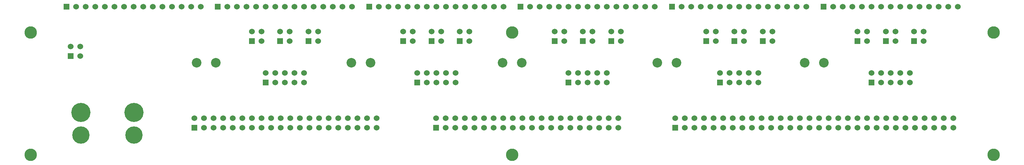
<source format=gbs>
G04 (created by PCBNEW (2013-mar-13)-testing) date Tue 12 Nov 2013 05:44:31 PM PST*
%MOIN*%
G04 Gerber Fmt 3.4, Leading zero omitted, Abs format*
%FSLAX34Y34*%
G01*
G70*
G90*
G04 APERTURE LIST*
%ADD10C,0.005906*%
%ADD11C,0.100000*%
%ADD12R,0.060000X0.060000*%
%ADD13C,0.060000*%
%ADD14C,0.200000*%
%ADD15C,0.181100*%
%ADD16C,0.130000*%
G04 APERTURE END LIST*
G54D10*
G54D11*
X34039Y-28740D03*
X36039Y-28740D03*
X50181Y-28740D03*
X52181Y-28740D03*
X65929Y-28740D03*
X67929Y-28740D03*
X82070Y-28740D03*
X84070Y-28740D03*
X97425Y-28740D03*
X99425Y-28740D03*
G54D12*
X39795Y-26484D03*
G54D13*
X39795Y-25484D03*
X40795Y-26484D03*
X40795Y-25484D03*
G54D12*
X55582Y-26484D03*
G54D13*
X55582Y-25484D03*
X56582Y-26484D03*
X56582Y-25484D03*
G54D12*
X71370Y-26484D03*
G54D13*
X71370Y-25484D03*
X72370Y-26484D03*
X72370Y-25484D03*
G54D12*
X87157Y-26484D03*
G54D13*
X87157Y-25484D03*
X88157Y-26484D03*
X88157Y-25484D03*
G54D12*
X102944Y-26484D03*
G54D13*
X102944Y-25484D03*
X103944Y-26484D03*
X103944Y-25484D03*
G54D12*
X42748Y-26484D03*
G54D13*
X42748Y-25484D03*
X43748Y-26484D03*
X43748Y-25484D03*
G54D12*
X58535Y-26484D03*
G54D13*
X58535Y-25484D03*
X59535Y-26484D03*
X59535Y-25484D03*
G54D12*
X74322Y-26484D03*
G54D13*
X74322Y-25484D03*
X75322Y-26484D03*
X75322Y-25484D03*
G54D12*
X90110Y-26484D03*
G54D13*
X90110Y-25484D03*
X91110Y-26484D03*
X91110Y-25484D03*
G54D12*
X105897Y-26484D03*
G54D13*
X105897Y-25484D03*
X106897Y-26484D03*
X106897Y-25484D03*
G54D12*
X45700Y-26484D03*
G54D13*
X45700Y-25484D03*
X46700Y-26484D03*
X46700Y-25484D03*
G54D12*
X61488Y-26484D03*
G54D13*
X61488Y-25484D03*
X62488Y-26484D03*
X62488Y-25484D03*
G54D12*
X77275Y-26484D03*
G54D13*
X77275Y-25484D03*
X78275Y-26484D03*
X78275Y-25484D03*
G54D12*
X93062Y-26484D03*
G54D13*
X93062Y-25484D03*
X94062Y-26484D03*
X94062Y-25484D03*
G54D12*
X108850Y-26484D03*
G54D13*
X108850Y-25484D03*
X109850Y-26484D03*
X109850Y-25484D03*
G54D12*
X33807Y-35539D03*
G54D13*
X33807Y-34539D03*
X38807Y-35539D03*
X34807Y-34539D03*
X39807Y-35539D03*
X35807Y-34539D03*
X40807Y-35539D03*
X36807Y-34539D03*
X41807Y-35539D03*
X37807Y-34539D03*
X42807Y-35539D03*
X38807Y-34539D03*
X43807Y-35539D03*
X39807Y-34539D03*
X44807Y-35539D03*
X40807Y-34539D03*
X45807Y-35539D03*
X41807Y-34539D03*
X46807Y-35539D03*
X42807Y-34539D03*
X47807Y-35539D03*
X43807Y-34539D03*
X48807Y-35539D03*
X44807Y-34539D03*
X45807Y-34539D03*
X49807Y-35539D03*
X46807Y-34539D03*
X48807Y-34539D03*
X49807Y-34539D03*
X50807Y-34539D03*
X51807Y-34539D03*
X50807Y-35539D03*
X51807Y-35539D03*
X34807Y-35539D03*
X35807Y-35539D03*
X36807Y-35539D03*
X37807Y-35539D03*
X52807Y-35539D03*
X52807Y-34539D03*
X47807Y-34539D03*
G54D12*
X83925Y-35539D03*
G54D13*
X83925Y-34539D03*
X88925Y-35539D03*
X84925Y-34539D03*
X89925Y-35539D03*
X85925Y-34539D03*
X90925Y-35539D03*
X86925Y-34539D03*
X91925Y-35539D03*
X87925Y-34539D03*
X92925Y-35539D03*
X88925Y-34539D03*
X93925Y-35539D03*
X89925Y-34539D03*
X94925Y-35539D03*
X90925Y-34539D03*
X95925Y-35539D03*
X91925Y-34539D03*
X96925Y-35539D03*
X92925Y-34539D03*
X97925Y-35539D03*
X93925Y-34539D03*
X98925Y-35539D03*
X94925Y-34539D03*
X95925Y-34539D03*
X99925Y-35539D03*
X96925Y-34539D03*
X98925Y-34539D03*
X99925Y-34539D03*
X100925Y-34539D03*
X101925Y-34539D03*
X100925Y-35539D03*
X101925Y-35539D03*
X84925Y-35539D03*
X85925Y-35539D03*
X86925Y-35539D03*
X87925Y-35539D03*
X102925Y-35539D03*
X102925Y-34539D03*
X97925Y-34539D03*
X103925Y-35539D03*
X103925Y-34539D03*
X104925Y-35539D03*
X104925Y-34539D03*
X105925Y-35539D03*
X105925Y-34539D03*
X106925Y-35539D03*
X106925Y-34539D03*
X107925Y-35539D03*
X107925Y-34539D03*
X108925Y-35539D03*
X108925Y-34539D03*
X109925Y-35539D03*
X109925Y-34539D03*
X110925Y-35539D03*
X110925Y-34539D03*
X111925Y-35539D03*
X111925Y-34539D03*
X112925Y-35539D03*
X112925Y-34539D03*
G54D14*
X21980Y-33937D03*
G54D15*
X21980Y-36299D03*
G54D12*
X20460Y-22874D03*
G54D13*
X21460Y-22874D03*
X22460Y-22874D03*
X23460Y-22874D03*
X24460Y-22874D03*
X25460Y-22874D03*
X26460Y-22874D03*
X27460Y-22874D03*
X28460Y-22874D03*
X29460Y-22874D03*
X30460Y-22874D03*
X31460Y-22874D03*
X32460Y-22874D03*
X33460Y-22874D03*
X34460Y-22874D03*
G54D12*
X36248Y-22874D03*
G54D13*
X37248Y-22874D03*
X38248Y-22874D03*
X39248Y-22874D03*
X40248Y-22874D03*
X41248Y-22874D03*
X42248Y-22874D03*
X43248Y-22874D03*
X44248Y-22874D03*
X45248Y-22874D03*
X46248Y-22874D03*
X47248Y-22874D03*
X48248Y-22874D03*
X49248Y-22874D03*
X50248Y-22874D03*
G54D12*
X52035Y-22874D03*
G54D13*
X53035Y-22874D03*
X54035Y-22874D03*
X55035Y-22874D03*
X56035Y-22874D03*
X57035Y-22874D03*
X58035Y-22874D03*
X59035Y-22874D03*
X60035Y-22874D03*
X61035Y-22874D03*
X62035Y-22874D03*
X63035Y-22874D03*
X64035Y-22874D03*
X65035Y-22874D03*
X66035Y-22874D03*
G54D12*
X67822Y-22874D03*
G54D13*
X68822Y-22874D03*
X69822Y-22874D03*
X70822Y-22874D03*
X71822Y-22874D03*
X72822Y-22874D03*
X73822Y-22874D03*
X74822Y-22874D03*
X75822Y-22874D03*
X76822Y-22874D03*
X77822Y-22874D03*
X78822Y-22874D03*
X79822Y-22874D03*
X80822Y-22874D03*
X81822Y-22874D03*
G54D12*
X83610Y-22874D03*
G54D13*
X84610Y-22874D03*
X85610Y-22874D03*
X86610Y-22874D03*
X87610Y-22874D03*
X88610Y-22874D03*
X89610Y-22874D03*
X90610Y-22874D03*
X91610Y-22874D03*
X92610Y-22874D03*
X93610Y-22874D03*
X94610Y-22874D03*
X95610Y-22874D03*
X96610Y-22874D03*
X97610Y-22874D03*
G54D12*
X99397Y-22874D03*
G54D13*
X100397Y-22874D03*
X101397Y-22874D03*
X102397Y-22874D03*
X103397Y-22874D03*
X104397Y-22874D03*
X105397Y-22874D03*
X106397Y-22874D03*
X107397Y-22874D03*
X108397Y-22874D03*
X109397Y-22874D03*
X110397Y-22874D03*
X111397Y-22874D03*
X112397Y-22874D03*
X113397Y-22874D03*
G54D16*
X117125Y-25590D03*
X16732Y-38385D03*
X117125Y-38385D03*
X66929Y-25590D03*
X66929Y-38385D03*
X16732Y-25590D03*
G54D12*
X20900Y-28059D03*
G54D13*
X20900Y-27059D03*
X21900Y-28059D03*
X21900Y-27059D03*
G54D14*
X27500Y-33937D03*
G54D15*
X27500Y-36299D03*
G54D12*
X41248Y-30814D03*
G54D13*
X41248Y-29814D03*
X42248Y-30814D03*
X42248Y-29814D03*
X43248Y-30814D03*
X43248Y-29814D03*
X44248Y-30814D03*
X44248Y-29814D03*
X45248Y-30814D03*
X45248Y-29814D03*
G54D12*
X57035Y-30814D03*
G54D13*
X57035Y-29814D03*
X58035Y-30814D03*
X58035Y-29814D03*
X59035Y-30814D03*
X59035Y-29814D03*
X60035Y-30814D03*
X60035Y-29814D03*
X61035Y-30814D03*
X61035Y-29814D03*
G54D12*
X72822Y-30814D03*
G54D13*
X72822Y-29814D03*
X73822Y-30814D03*
X73822Y-29814D03*
X74822Y-30814D03*
X74822Y-29814D03*
X75822Y-30814D03*
X75822Y-29814D03*
X76822Y-30814D03*
X76822Y-29814D03*
G54D12*
X88610Y-30814D03*
G54D13*
X88610Y-29814D03*
X89610Y-30814D03*
X89610Y-29814D03*
X90610Y-30814D03*
X90610Y-29814D03*
X91610Y-30814D03*
X91610Y-29814D03*
X92610Y-30814D03*
X92610Y-29814D03*
G54D12*
X104397Y-30814D03*
G54D13*
X104397Y-29814D03*
X105397Y-30814D03*
X105397Y-29814D03*
X106397Y-30814D03*
X106397Y-29814D03*
X107397Y-30814D03*
X107397Y-29814D03*
X108397Y-30814D03*
X108397Y-29814D03*
G54D12*
X59003Y-35539D03*
G54D13*
X59003Y-34539D03*
X64003Y-35539D03*
X60003Y-34539D03*
X65003Y-35539D03*
X61003Y-34539D03*
X66003Y-35539D03*
X62003Y-34539D03*
X67003Y-35539D03*
X63003Y-34539D03*
X68003Y-35539D03*
X64003Y-34539D03*
X69003Y-35539D03*
X65003Y-34539D03*
X70003Y-35539D03*
X66003Y-34539D03*
X71003Y-35539D03*
X67003Y-34539D03*
X72003Y-35539D03*
X68003Y-34539D03*
X73003Y-35539D03*
X69003Y-34539D03*
X74003Y-35539D03*
X70003Y-34539D03*
X71003Y-34539D03*
X75003Y-35539D03*
X72003Y-34539D03*
X74003Y-34539D03*
X75003Y-34539D03*
X76003Y-34539D03*
X77003Y-34539D03*
X76003Y-35539D03*
X77003Y-35539D03*
X60003Y-35539D03*
X61003Y-35539D03*
X62003Y-35539D03*
X63003Y-35539D03*
X78003Y-35539D03*
X78003Y-34539D03*
X73003Y-34539D03*
M02*

</source>
